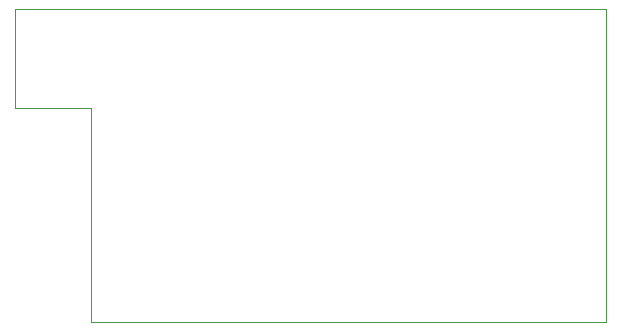
<source format=gbr>
%TF.GenerationSoftware,KiCad,Pcbnew,(6.0.2-0)*%
%TF.CreationDate,2022-03-10T12:17:55+00:00*%
%TF.ProjectId,Access2,41636365-7373-4322-9e6b-696361645f70,3*%
%TF.SameCoordinates,Original*%
%TF.FileFunction,Profile,NP*%
%FSLAX46Y46*%
G04 Gerber Fmt 4.6, Leading zero omitted, Abs format (unit mm)*
G04 Created by KiCad (PCBNEW (6.0.2-0)) date 2022-03-10 12:17:55*
%MOMM*%
%LPD*%
G01*
G04 APERTURE LIST*
%TA.AperFunction,Profile*%
%ADD10C,0.100000*%
%TD*%
G04 APERTURE END LIST*
D10*
X100000000Y-66000000D02*
X150000000Y-66000000D01*
X106400000Y-74400000D02*
X106400000Y-92500000D01*
X100000000Y-74400000D02*
X106400000Y-74400000D01*
X106400000Y-92500000D02*
X150000000Y-92500000D01*
X150000000Y-66000000D02*
X150000000Y-92500000D01*
X100000000Y-66000000D02*
X100000000Y-74400000D01*
M02*

</source>
